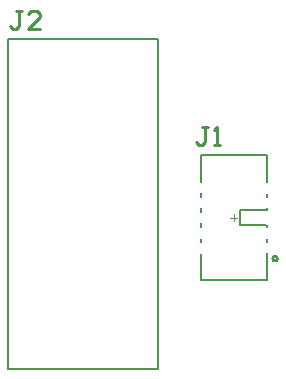
<source format=gto>
%FSTAX25Y25*%
%MOIN*%
G70*
G01*
G75*
G04 Layer_Color=65535*
%ADD10C,0.00984*%
%ADD11C,0.00787*%
%ADD12C,0.00394*%
%ADD13C,0.01000*%
D10*
X0191858Y0401614D02*
G03*
X0191858Y0401614I-0000787J0D01*
G01*
D11*
X0102047Y0364882D02*
X0152047D01*
X0102047D02*
Y0474882D01*
X0152047D01*
Y0364882D02*
Y0474882D01*
X0188315Y0412047D02*
Y0412697D01*
Y0417697D02*
Y0418347D01*
X0179291Y0412697D02*
X0188177D01*
X0179291Y0417697D02*
X0188315D01*
X0179291Y0412697D02*
Y0417697D01*
X0188315Y0422087D02*
Y0423268D01*
Y0407126D02*
Y0408307D01*
Y0394331D02*
Y0403386D01*
X0166268Y0394331D02*
X0188315D01*
X0166268D02*
Y0403287D01*
X0188315Y0427008D02*
Y0436063D01*
X0166268D02*
X0188315D01*
X0166268Y0427008D02*
Y0436063D01*
Y0422087D02*
Y0423366D01*
Y0417067D02*
Y0418347D01*
Y0412047D02*
Y0413327D01*
Y0407126D02*
Y0408307D01*
D12*
X0177291Y0414016D02*
Y0416378D01*
X017611Y0415197D02*
X0178472D01*
D13*
X0106677Y0484242D02*
X0104677D01*
X0105677D01*
Y0479244D01*
X0104677Y0478244D01*
X0103678D01*
X0102678Y0479244D01*
X0112675Y0478244D02*
X0108676D01*
X0112675Y0482243D01*
Y0483243D01*
X0111675Y0484242D01*
X0109676D01*
X0108676Y0483243D01*
X0168766Y0445409D02*
X0166766D01*
X0167766D01*
Y0440411D01*
X0166766Y0439411D01*
X0165767D01*
X0164767Y0440411D01*
X0170765Y0439411D02*
X0172764D01*
X0171765D01*
Y0445409D01*
X0170765Y0444409D01*
M02*

</source>
